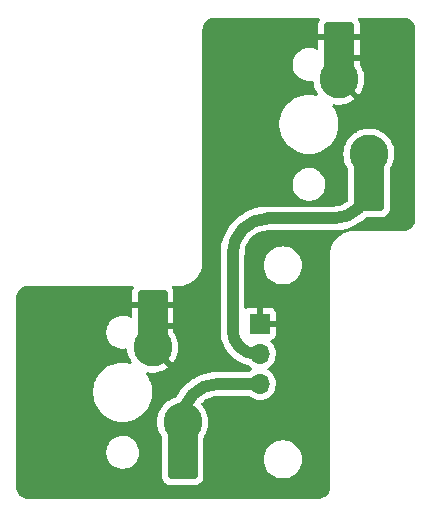
<source format=gbr>
%TF.GenerationSoftware,KiCad,Pcbnew,(6.0.7)*%
%TF.CreationDate,2023-01-05T19:36:13-06:00*%
%TF.ProjectId,OpenRectangle,4f70656e-5265-4637-9461-6e676c652e6b,rev?*%
%TF.SameCoordinates,Original*%
%TF.FileFunction,Copper,L2,Bot*%
%TF.FilePolarity,Positive*%
%FSLAX46Y46*%
G04 Gerber Fmt 4.6, Leading zero omitted, Abs format (unit mm)*
G04 Created by KiCad (PCBNEW (6.0.7)) date 2023-01-05 19:36:13*
%MOMM*%
%LPD*%
G01*
G04 APERTURE LIST*
G04 Aperture macros list*
%AMRoundRect*
0 Rectangle with rounded corners*
0 $1 Rounding radius*
0 $2 $3 $4 $5 $6 $7 $8 $9 X,Y pos of 4 corners*
0 Add a 4 corners polygon primitive as box body*
4,1,4,$2,$3,$4,$5,$6,$7,$8,$9,$2,$3,0*
0 Add four circle primitives for the rounded corners*
1,1,$1+$1,$2,$3*
1,1,$1+$1,$4,$5*
1,1,$1+$1,$6,$7*
1,1,$1+$1,$8,$9*
0 Add four rect primitives between the rounded corners*
20,1,$1+$1,$2,$3,$4,$5,0*
20,1,$1+$1,$4,$5,$6,$7,0*
20,1,$1+$1,$6,$7,$8,$9,0*
20,1,$1+$1,$8,$9,$2,$3,0*%
G04 Aperture macros list end*
%TA.AperFunction,ComponentPad*%
%ADD10R,1.700000X1.700000*%
%TD*%
%TA.AperFunction,ComponentPad*%
%ADD11O,1.700000X1.700000*%
%TD*%
%TA.AperFunction,SMDPad,CuDef*%
%ADD12RoundRect,0.250000X1.000000X-1.025000X1.000000X1.025000X-1.000000X1.025000X-1.000000X-1.025000X0*%
%TD*%
%TA.AperFunction,SMDPad,CuDef*%
%ADD13R,2.500000X1.650000*%
%TD*%
%TA.AperFunction,ComponentPad*%
%ADD14C,3.300000*%
%TD*%
%TA.AperFunction,Conductor*%
%ADD15C,1.000000*%
%TD*%
G04 APERTURE END LIST*
D10*
%TO.P,J3,1,Pin_1*%
%TO.N,GND*%
X270847609Y-107917148D03*
D11*
%TO.P,J3,2,Pin_2*%
%TO.N,M1*%
X270847609Y-110457148D03*
%TO.P,J3,3,Pin_3*%
%TO.N,M2*%
X270847609Y-112997148D03*
%TD*%
D12*
%TO.P,SW15,1,1*%
%TO.N,GND*%
X261780743Y-106345648D03*
D13*
X261780743Y-108070648D03*
D14*
X261780743Y-109895648D03*
D12*
%TO.P,SW15,2,2*%
%TO.N,M2*%
X264320743Y-119795648D03*
D14*
X264320743Y-116245648D03*
D13*
X264320743Y-118045648D03*
%TD*%
D14*
%TO.P,SW14,1,1*%
%TO.N,GND*%
X277549743Y-87207648D03*
D12*
X277549743Y-83657648D03*
D13*
X277549743Y-85382648D03*
D14*
%TO.P,SW14,2,2*%
%TO.N,M1*%
X280089743Y-93557648D03*
D13*
X280089743Y-95357648D03*
D12*
X280089743Y-97107648D03*
%TD*%
D15*
%TO.N,M1*%
X270547609Y-110457148D02*
X270847609Y-110457148D01*
%TO.N,M2*%
X270847609Y-112997148D02*
X267320743Y-112997148D01*
X264320743Y-115997148D02*
X264320743Y-116245648D01*
%TO.N,M1*%
X268547609Y-101992148D02*
X268547609Y-108457148D01*
%TO.N,M2*%
X264320748Y-115997148D02*
G75*
G02*
X267320743Y-112997148I2999952J48D01*
G01*
%TO.N,M1*%
X268547552Y-108457148D02*
G75*
G03*
X270547609Y-110457148I2000048J48D01*
G01*
X277089743Y-98992148D02*
X271547609Y-98992148D01*
X280089743Y-95357648D02*
X280089743Y-95992148D01*
X277089743Y-98992143D02*
G75*
G03*
X280089743Y-95992148I-43J3000043D01*
G01*
X268547648Y-101992148D02*
G75*
G02*
X271547609Y-98992148I2999952J48D01*
G01*
%TD*%
%TA.AperFunction,Conductor*%
%TO.N,GND*%
G36*
X275892685Y-82018381D02*
G01*
X275939178Y-82072037D01*
X275949282Y-82142311D01*
X275931824Y-82190494D01*
X275861929Y-82303886D01*
X275855780Y-82317072D01*
X275804605Y-82471358D01*
X275801738Y-82484734D01*
X275792071Y-82579086D01*
X275791743Y-82585503D01*
X275791743Y-83385533D01*
X275796218Y-83400772D01*
X275797608Y-83401977D01*
X275805291Y-83403648D01*
X279289627Y-83403648D01*
X279304866Y-83399173D01*
X279306071Y-83397783D01*
X279307742Y-83390100D01*
X279307742Y-82585553D01*
X279307405Y-82579034D01*
X279297486Y-82483442D01*
X279294594Y-82470048D01*
X279243155Y-82315864D01*
X279236982Y-82302686D01*
X279167671Y-82190682D01*
X279148833Y-82122230D01*
X279169994Y-82054461D01*
X279224435Y-82008889D01*
X279274815Y-81998379D01*
X282980518Y-81998379D01*
X282999902Y-81999879D01*
X283014736Y-82002189D01*
X283014739Y-82002189D01*
X283023609Y-82003570D01*
X283036282Y-82001913D01*
X283063592Y-82001328D01*
X283192812Y-82012632D01*
X283214433Y-82016444D01*
X283361760Y-82055920D01*
X283382397Y-82063431D01*
X283520628Y-82127891D01*
X283539648Y-82138872D01*
X283580909Y-82167764D01*
X283664585Y-82226356D01*
X283681407Y-82240471D01*
X283789255Y-82348323D01*
X283803369Y-82365145D01*
X283890849Y-82490086D01*
X283901829Y-82509106D01*
X283966274Y-82647318D01*
X283966281Y-82647334D01*
X283973793Y-82667975D01*
X284013262Y-82815301D01*
X284017075Y-82836931D01*
X284027791Y-82959477D01*
X284027243Y-82975724D01*
X284027679Y-82975729D01*
X284027569Y-82984708D01*
X284026187Y-82993576D01*
X284027350Y-83002473D01*
X284027350Y-83002476D01*
X284030315Y-83025156D01*
X284031378Y-83041487D01*
X284031378Y-98985046D01*
X284029877Y-99004434D01*
X284027568Y-99019260D01*
X284027568Y-99019267D01*
X284026187Y-99028135D01*
X284027351Y-99037037D01*
X284027844Y-99040808D01*
X284028428Y-99068132D01*
X284017122Y-99197334D01*
X284013308Y-99218963D01*
X283973830Y-99366290D01*
X283966318Y-99386928D01*
X283901858Y-99525159D01*
X283890876Y-99544179D01*
X283863830Y-99582805D01*
X283803392Y-99669116D01*
X283789275Y-99685940D01*
X283681422Y-99793791D01*
X283664596Y-99807909D01*
X283565510Y-99877288D01*
X283539655Y-99895391D01*
X283520646Y-99906366D01*
X283382396Y-99970831D01*
X283361770Y-99978338D01*
X283214435Y-100017814D01*
X283192816Y-100021626D01*
X283070329Y-100032340D01*
X283054010Y-100031790D01*
X283054005Y-100032217D01*
X283045032Y-100032107D01*
X283036161Y-100030726D01*
X283027258Y-100031890D01*
X283027257Y-100031890D01*
X283004613Y-100034850D01*
X282988270Y-100035913D01*
X280228865Y-100035696D01*
X278891167Y-100035591D01*
X278870271Y-100033844D01*
X278850470Y-100030512D01*
X278845607Y-100030452D01*
X278845603Y-100030452D01*
X278844418Y-100030438D01*
X278837918Y-100030358D01*
X278833104Y-100031047D01*
X278833105Y-100031047D01*
X278831125Y-100031330D01*
X278821512Y-100032331D01*
X278577998Y-100048279D01*
X278577996Y-100048279D01*
X278573877Y-100048549D01*
X278487262Y-100065774D01*
X278318403Y-100099354D01*
X278318397Y-100099356D01*
X278314352Y-100100160D01*
X278242177Y-100124657D01*
X278067690Y-100183880D01*
X278067682Y-100183883D01*
X278063785Y-100185206D01*
X278021268Y-100206172D01*
X277830167Y-100300406D01*
X277830161Y-100300409D01*
X277826463Y-100302233D01*
X277606448Y-100449238D01*
X277407505Y-100623704D01*
X277233039Y-100822647D01*
X277086034Y-101042662D01*
X276969007Y-101279983D01*
X276883960Y-101530550D01*
X276832349Y-101790075D01*
X276832079Y-101794192D01*
X276832079Y-101794195D01*
X276817296Y-102019929D01*
X276815820Y-102032592D01*
X276814311Y-102041565D01*
X276814159Y-102054117D01*
X276814850Y-102058938D01*
X276818114Y-102081721D01*
X276819388Y-102099591D01*
X276819275Y-109994299D01*
X276819109Y-121675072D01*
X276817610Y-121694448D01*
X276813918Y-121718169D01*
X276815083Y-121727070D01*
X276815558Y-121730701D01*
X276816133Y-121758133D01*
X276804601Y-121888668D01*
X276800710Y-121910513D01*
X276760530Y-122058896D01*
X276752867Y-122079720D01*
X276687280Y-122218755D01*
X276676082Y-122237912D01*
X276587128Y-122363276D01*
X276572744Y-122380172D01*
X276463164Y-122488002D01*
X276446039Y-122502112D01*
X276343286Y-122572562D01*
X276327659Y-122583277D01*
X276319256Y-122589038D01*
X276299923Y-122599925D01*
X276159848Y-122663266D01*
X276138918Y-122670589D01*
X275989892Y-122708379D01*
X275967993Y-122711916D01*
X275916985Y-122715596D01*
X275843947Y-122720865D01*
X275827745Y-122720065D01*
X275827732Y-122720524D01*
X275818756Y-122720270D01*
X275809913Y-122718746D01*
X275773129Y-122722953D01*
X275758812Y-122723769D01*
X251277087Y-122723769D01*
X251257704Y-122722269D01*
X251233996Y-122718578D01*
X251225089Y-122719743D01*
X251221323Y-122720235D01*
X251194004Y-122720820D01*
X251064790Y-122709517D01*
X251043161Y-122705703D01*
X250895837Y-122666230D01*
X250875197Y-122658718D01*
X250736960Y-122594259D01*
X250717946Y-122583281D01*
X250592993Y-122495789D01*
X250576175Y-122481676D01*
X250468324Y-122373825D01*
X250454211Y-122357007D01*
X250366719Y-122232054D01*
X250355741Y-122213040D01*
X250291282Y-122074803D01*
X250283770Y-122054163D01*
X250244297Y-121906839D01*
X250240483Y-121885210D01*
X250229783Y-121762888D01*
X250230338Y-121746406D01*
X250229931Y-121746401D01*
X250230041Y-121737427D01*
X250231422Y-121728556D01*
X250227293Y-121696977D01*
X250226230Y-121680642D01*
X250226208Y-118720241D01*
X257853782Y-118720241D01*
X257862591Y-118954864D01*
X257863686Y-118960082D01*
X257888537Y-119078519D01*
X257910805Y-119184649D01*
X257997045Y-119403025D01*
X258118847Y-119603748D01*
X258272728Y-119781080D01*
X258276860Y-119784468D01*
X258450159Y-119926565D01*
X258450165Y-119926569D01*
X258454287Y-119929949D01*
X258458923Y-119932588D01*
X258458926Y-119932590D01*
X258570151Y-119995903D01*
X258658333Y-120046099D01*
X258879032Y-120126209D01*
X258884281Y-120127158D01*
X258884284Y-120127159D01*
X258965358Y-120141819D01*
X259110073Y-120167988D01*
X259114212Y-120168183D01*
X259114219Y-120168184D01*
X259133183Y-120169078D01*
X259133192Y-120169078D01*
X259134672Y-120169148D01*
X259299693Y-120169148D01*
X259381042Y-120162245D01*
X259469380Y-120154750D01*
X259469384Y-120154749D01*
X259474691Y-120154299D01*
X259479846Y-120152961D01*
X259479852Y-120152960D01*
X259696778Y-120096657D01*
X259696777Y-120096657D01*
X259701949Y-120095315D01*
X259706815Y-120093123D01*
X259706818Y-120093122D01*
X259911160Y-120001072D01*
X259911163Y-120001071D01*
X259916021Y-119998882D01*
X260110784Y-119867760D01*
X260280670Y-119705697D01*
X260420821Y-119517327D01*
X260481462Y-119398056D01*
X260524812Y-119312792D01*
X260524812Y-119312791D01*
X260527230Y-119308036D01*
X260596854Y-119083808D01*
X260613945Y-118954864D01*
X260627004Y-118856338D01*
X260627004Y-118856335D01*
X260627704Y-118851055D01*
X260618895Y-118616432D01*
X260601101Y-118531626D01*
X260571778Y-118391874D01*
X260571777Y-118391871D01*
X260570681Y-118386647D01*
X260484441Y-118168271D01*
X260362639Y-117967548D01*
X260208758Y-117790216D01*
X260198681Y-117781954D01*
X260031327Y-117644731D01*
X260031321Y-117644727D01*
X260027199Y-117641347D01*
X260022563Y-117638708D01*
X260022560Y-117638706D01*
X259827796Y-117527840D01*
X259823153Y-117525197D01*
X259602454Y-117445087D01*
X259597205Y-117444138D01*
X259597202Y-117444137D01*
X259516128Y-117429477D01*
X259371413Y-117403308D01*
X259367274Y-117403113D01*
X259367267Y-117403112D01*
X259348303Y-117402218D01*
X259348294Y-117402218D01*
X259346814Y-117402148D01*
X259181793Y-117402148D01*
X259108254Y-117408388D01*
X259012106Y-117416546D01*
X259012102Y-117416547D01*
X259006795Y-117416997D01*
X259001640Y-117418335D01*
X259001634Y-117418336D01*
X258823920Y-117464462D01*
X258779537Y-117475981D01*
X258774671Y-117478173D01*
X258774668Y-117478174D01*
X258570326Y-117570224D01*
X258570323Y-117570225D01*
X258565465Y-117572414D01*
X258370702Y-117703536D01*
X258200816Y-117865599D01*
X258060665Y-118053969D01*
X258058249Y-118058720D01*
X258058247Y-118058724D01*
X257956674Y-118258504D01*
X257954256Y-118263260D01*
X257884632Y-118487488D01*
X257883931Y-118492777D01*
X257861814Y-118659646D01*
X257853782Y-118720241D01*
X250226208Y-118720241D01*
X250226189Y-116222992D01*
X262157318Y-116222992D01*
X262174259Y-116516812D01*
X262175084Y-116521019D01*
X262175085Y-116521024D01*
X262201893Y-116657662D01*
X262230920Y-116805614D01*
X262326252Y-117084055D01*
X262458490Y-117346982D01*
X262460916Y-117350511D01*
X262460919Y-117350517D01*
X262540083Y-117465700D01*
X262562243Y-117537067D01*
X262562243Y-120871048D01*
X262573217Y-120976814D01*
X262575398Y-120983350D01*
X262575398Y-120983352D01*
X262619471Y-121115454D01*
X262629193Y-121144594D01*
X262722265Y-121294996D01*
X262847440Y-121419953D01*
X262853670Y-121423793D01*
X262853671Y-121423794D01*
X262990833Y-121508342D01*
X262998005Y-121512763D01*
X263077748Y-121539212D01*
X263159354Y-121566280D01*
X263159356Y-121566280D01*
X263165882Y-121568445D01*
X263172718Y-121569145D01*
X263172721Y-121569146D01*
X263215774Y-121573557D01*
X263270343Y-121579148D01*
X265371143Y-121579148D01*
X265374389Y-121578811D01*
X265374393Y-121578811D01*
X265470051Y-121568886D01*
X265470055Y-121568885D01*
X265476909Y-121568174D01*
X265483445Y-121565993D01*
X265483447Y-121565993D01*
X265615549Y-121521920D01*
X265644689Y-121512198D01*
X265795091Y-121419126D01*
X265920048Y-121293951D01*
X266012858Y-121143386D01*
X266068540Y-120975509D01*
X266079243Y-120871048D01*
X266079243Y-119392148D01*
X271194135Y-119392148D01*
X271214000Y-119644551D01*
X271215154Y-119649358D01*
X271215155Y-119649364D01*
X271229563Y-119709376D01*
X271273104Y-119890739D01*
X271274997Y-119895310D01*
X271274998Y-119895312D01*
X271356934Y-120093122D01*
X271369993Y-120124650D01*
X271502281Y-120340524D01*
X271666711Y-120533046D01*
X271859233Y-120697476D01*
X272075107Y-120829764D01*
X272079677Y-120831657D01*
X272079681Y-120831659D01*
X272304445Y-120924759D01*
X272309018Y-120926653D01*
X272393641Y-120946969D01*
X272550393Y-120984602D01*
X272550399Y-120984603D01*
X272555206Y-120985757D01*
X272655025Y-120993613D01*
X272741954Y-121000455D01*
X272741961Y-121000455D01*
X272744410Y-121000648D01*
X272870808Y-121000648D01*
X272873257Y-121000455D01*
X272873264Y-121000455D01*
X272960193Y-120993613D01*
X273060012Y-120985757D01*
X273064819Y-120984603D01*
X273064825Y-120984602D01*
X273221577Y-120946969D01*
X273306200Y-120926653D01*
X273310773Y-120924759D01*
X273535537Y-120831659D01*
X273535541Y-120831657D01*
X273540111Y-120829764D01*
X273755985Y-120697476D01*
X273948507Y-120533046D01*
X274112937Y-120340524D01*
X274245225Y-120124650D01*
X274258285Y-120093122D01*
X274340220Y-119895312D01*
X274340221Y-119895310D01*
X274342114Y-119890739D01*
X274385655Y-119709376D01*
X274400063Y-119649364D01*
X274400064Y-119649358D01*
X274401218Y-119644551D01*
X274421083Y-119392148D01*
X274401218Y-119139745D01*
X274342114Y-118893557D01*
X274340220Y-118888984D01*
X274247120Y-118664220D01*
X274247118Y-118664216D01*
X274245225Y-118659646D01*
X274112937Y-118443772D01*
X273948507Y-118251250D01*
X273755985Y-118086820D01*
X273540111Y-117954532D01*
X273535541Y-117952639D01*
X273535537Y-117952637D01*
X273310773Y-117859537D01*
X273310771Y-117859536D01*
X273306200Y-117857643D01*
X273221577Y-117837327D01*
X273064825Y-117799694D01*
X273064819Y-117799693D01*
X273060012Y-117798539D01*
X272954261Y-117790216D01*
X272873264Y-117783841D01*
X272873257Y-117783841D01*
X272870808Y-117783648D01*
X272744410Y-117783648D01*
X272741961Y-117783841D01*
X272741954Y-117783841D01*
X272660957Y-117790216D01*
X272555206Y-117798539D01*
X272550399Y-117799693D01*
X272550393Y-117799694D01*
X272393641Y-117837327D01*
X272309018Y-117857643D01*
X272304447Y-117859536D01*
X272304445Y-117859537D01*
X272079681Y-117952637D01*
X272079677Y-117952639D01*
X272075107Y-117954532D01*
X271859233Y-118086820D01*
X271666711Y-118251250D01*
X271502281Y-118443772D01*
X271369993Y-118659646D01*
X271368100Y-118664216D01*
X271368098Y-118664220D01*
X271274998Y-118888984D01*
X271273104Y-118893557D01*
X271214000Y-119139745D01*
X271194135Y-119392148D01*
X266079243Y-119392148D01*
X266079243Y-117539137D01*
X266099245Y-117471016D01*
X266103696Y-117464543D01*
X266144946Y-117408388D01*
X266147484Y-117404933D01*
X266287915Y-117146290D01*
X266391946Y-116870981D01*
X266457650Y-116584101D01*
X266463280Y-116521024D01*
X266483592Y-116293424D01*
X266483592Y-116293422D01*
X266483812Y-116290958D01*
X266484287Y-116245648D01*
X266482743Y-116222992D01*
X266464562Y-115956298D01*
X266464561Y-115956292D01*
X266464270Y-115952021D01*
X266404588Y-115663828D01*
X266306346Y-115386401D01*
X266171361Y-115124874D01*
X266155332Y-115102066D01*
X266004599Y-114887596D01*
X266004598Y-114887595D01*
X266002132Y-114884086D01*
X265900299Y-114774500D01*
X265868581Y-114710982D01*
X265876237Y-114640400D01*
X265897866Y-114605654D01*
X265907086Y-114595140D01*
X265918743Y-114583483D01*
X266102174Y-114422619D01*
X266115249Y-114412586D01*
X266130979Y-114402075D01*
X266318118Y-114277034D01*
X266332384Y-114268797D01*
X266551213Y-114160884D01*
X266566435Y-114154579D01*
X266797472Y-114076154D01*
X266813389Y-114071889D01*
X267000350Y-114034703D01*
X267052688Y-114024293D01*
X267069029Y-114022142D01*
X267273727Y-114008728D01*
X267296007Y-114009243D01*
X267306579Y-114010429D01*
X267312725Y-114009913D01*
X267312727Y-114009913D01*
X267358262Y-114006090D01*
X267368803Y-114005648D01*
X269890002Y-114005648D01*
X269958123Y-114025650D01*
X269970486Y-114034703D01*
X270065735Y-114113780D01*
X270258609Y-114226486D01*
X270467301Y-114306178D01*
X270472369Y-114307209D01*
X270472372Y-114307210D01*
X270579626Y-114329031D01*
X270686206Y-114350715D01*
X270691381Y-114350905D01*
X270691383Y-114350905D01*
X270904282Y-114358712D01*
X270904286Y-114358712D01*
X270909446Y-114358901D01*
X270914566Y-114358245D01*
X270914568Y-114358245D01*
X271125897Y-114331173D01*
X271125898Y-114331173D01*
X271131025Y-114330516D01*
X271173023Y-114317916D01*
X271340038Y-114267809D01*
X271340043Y-114267807D01*
X271344993Y-114266322D01*
X271545603Y-114168044D01*
X271727469Y-114038321D01*
X271740185Y-114025650D01*
X271882044Y-113884285D01*
X271885705Y-113880637D01*
X271901162Y-113859127D01*
X272013044Y-113703425D01*
X272016062Y-113699225D01*
X272074347Y-113581295D01*
X272112745Y-113503601D01*
X272112746Y-113503599D01*
X272115039Y-113498959D01*
X272179979Y-113285217D01*
X272209138Y-113063738D01*
X272210765Y-112997148D01*
X272192461Y-112774509D01*
X272138040Y-112557850D01*
X272048963Y-112352988D01*
X271985187Y-112254405D01*
X271930431Y-112169765D01*
X271930429Y-112169762D01*
X271927623Y-112165425D01*
X271777279Y-112000199D01*
X271773228Y-111997000D01*
X271773224Y-111996996D01*
X271606023Y-111864948D01*
X271606019Y-111864946D01*
X271601968Y-111861746D01*
X271560662Y-111838944D01*
X271510693Y-111788512D01*
X271495921Y-111719069D01*
X271521037Y-111652664D01*
X271548389Y-111626057D01*
X271615328Y-111578310D01*
X271727469Y-111498321D01*
X271885705Y-111340637D01*
X271930499Y-111278300D01*
X272013044Y-111163425D01*
X272016062Y-111159225D01*
X272062944Y-111064367D01*
X272112745Y-110963601D01*
X272112746Y-110963599D01*
X272115039Y-110958959D01*
X272179979Y-110745217D01*
X272209138Y-110523738D01*
X272209311Y-110516648D01*
X272210683Y-110460513D01*
X272210683Y-110460509D01*
X272210765Y-110457148D01*
X272192461Y-110234509D01*
X272138040Y-110017850D01*
X272048963Y-109812988D01*
X271927623Y-109625425D01*
X271924149Y-109621607D01*
X271924142Y-109621598D01*
X271780044Y-109463236D01*
X271748992Y-109399390D01*
X271757388Y-109328892D01*
X271802565Y-109274124D01*
X271829009Y-109260455D01*
X271935661Y-109220473D01*
X271951258Y-109211934D01*
X272053333Y-109135433D01*
X272065894Y-109122872D01*
X272142395Y-109020797D01*
X272150933Y-109005202D01*
X272196087Y-108884754D01*
X272199714Y-108869499D01*
X272205240Y-108818634D01*
X272205609Y-108811820D01*
X272205609Y-108189263D01*
X272201134Y-108174024D01*
X272199744Y-108172819D01*
X272192061Y-108171148D01*
X270719609Y-108171148D01*
X270651488Y-108151146D01*
X270604995Y-108097490D01*
X270593609Y-108045148D01*
X270593609Y-107645033D01*
X271101609Y-107645033D01*
X271106084Y-107660272D01*
X271107474Y-107661477D01*
X271115157Y-107663148D01*
X272187493Y-107663148D01*
X272202732Y-107658673D01*
X272203937Y-107657283D01*
X272205608Y-107649600D01*
X272205608Y-107022479D01*
X272205238Y-107015658D01*
X272199714Y-106964796D01*
X272196088Y-106949544D01*
X272150933Y-106829094D01*
X272142395Y-106813499D01*
X272065894Y-106711424D01*
X272053333Y-106698863D01*
X271951258Y-106622362D01*
X271935663Y-106613824D01*
X271815215Y-106568670D01*
X271799960Y-106565043D01*
X271749095Y-106559517D01*
X271742281Y-106559148D01*
X271119724Y-106559148D01*
X271104485Y-106563623D01*
X271103280Y-106565013D01*
X271101609Y-106572696D01*
X271101609Y-107645033D01*
X270593609Y-107645033D01*
X270593609Y-106577264D01*
X270589134Y-106562025D01*
X270587744Y-106560820D01*
X270580061Y-106559149D01*
X269952940Y-106559149D01*
X269946119Y-106559519D01*
X269895257Y-106565043D01*
X269880005Y-106568669D01*
X269759548Y-106613827D01*
X269742617Y-106623096D01*
X269673260Y-106638265D01*
X269606712Y-106613528D01*
X269564102Y-106556740D01*
X269556109Y-106512576D01*
X269556109Y-102972148D01*
X271194135Y-102972148D01*
X271214000Y-103224551D01*
X271273104Y-103470739D01*
X271274997Y-103475310D01*
X271274998Y-103475312D01*
X271363593Y-103689198D01*
X271369993Y-103704650D01*
X271502281Y-103920524D01*
X271666711Y-104113046D01*
X271859233Y-104277476D01*
X272075107Y-104409764D01*
X272079677Y-104411657D01*
X272079681Y-104411659D01*
X272304445Y-104504759D01*
X272309018Y-104506653D01*
X272393641Y-104526969D01*
X272550393Y-104564602D01*
X272550399Y-104564603D01*
X272555206Y-104565757D01*
X272655025Y-104573613D01*
X272741954Y-104580455D01*
X272741961Y-104580455D01*
X272744410Y-104580648D01*
X272870808Y-104580648D01*
X272873257Y-104580455D01*
X272873264Y-104580455D01*
X272960193Y-104573613D01*
X273060012Y-104565757D01*
X273064819Y-104564603D01*
X273064825Y-104564602D01*
X273221577Y-104526969D01*
X273306200Y-104506653D01*
X273310773Y-104504759D01*
X273535537Y-104411659D01*
X273535541Y-104411657D01*
X273540111Y-104409764D01*
X273755985Y-104277476D01*
X273948507Y-104113046D01*
X274112937Y-103920524D01*
X274245225Y-103704650D01*
X274251626Y-103689198D01*
X274340220Y-103475312D01*
X274340221Y-103475310D01*
X274342114Y-103470739D01*
X274401218Y-103224551D01*
X274421083Y-102972148D01*
X274401218Y-102719745D01*
X274397134Y-102702731D01*
X274343269Y-102478369D01*
X274342114Y-102473557D01*
X274245225Y-102239646D01*
X274112937Y-102023772D01*
X273948507Y-101831250D01*
X273755985Y-101666820D01*
X273540111Y-101534532D01*
X273535541Y-101532639D01*
X273535537Y-101532637D01*
X273310773Y-101439537D01*
X273310771Y-101439536D01*
X273306200Y-101437643D01*
X273192345Y-101410309D01*
X273064825Y-101379694D01*
X273064819Y-101379693D01*
X273060012Y-101378539D01*
X272960193Y-101370683D01*
X272873264Y-101363841D01*
X272873257Y-101363841D01*
X272870808Y-101363648D01*
X272744410Y-101363648D01*
X272741961Y-101363841D01*
X272741954Y-101363841D01*
X272655025Y-101370683D01*
X272555206Y-101378539D01*
X272550399Y-101379693D01*
X272550393Y-101379694D01*
X272422873Y-101410309D01*
X272309018Y-101437643D01*
X272304447Y-101439536D01*
X272304445Y-101439537D01*
X272079681Y-101532637D01*
X272079677Y-101532639D01*
X272075107Y-101534532D01*
X271859233Y-101666820D01*
X271666711Y-101831250D01*
X271502281Y-102023772D01*
X271369993Y-102239646D01*
X271273104Y-102473557D01*
X271271949Y-102478369D01*
X271218085Y-102702731D01*
X271214000Y-102719745D01*
X271194135Y-102972148D01*
X269556109Y-102972148D01*
X269556109Y-102055954D01*
X269556894Y-102041911D01*
X269560203Y-102012407D01*
X269560203Y-102012406D01*
X269560890Y-102006281D01*
X269558493Y-101977744D01*
X269558321Y-101958961D01*
X269572641Y-101740434D01*
X269574792Y-101724093D01*
X269622386Y-101484803D01*
X269626651Y-101468883D01*
X269637647Y-101436488D01*
X269705078Y-101237838D01*
X269711383Y-101222617D01*
X269819291Y-101003797D01*
X269827531Y-100989524D01*
X269963079Y-100786658D01*
X269973113Y-100773582D01*
X270133978Y-100590148D01*
X270145632Y-100578494D01*
X270329062Y-100417628D01*
X270342138Y-100407594D01*
X270545002Y-100272043D01*
X270559276Y-100263802D01*
X270778094Y-100155893D01*
X270793320Y-100149586D01*
X271024354Y-100071160D01*
X271040275Y-100066894D01*
X271279568Y-100019296D01*
X271295909Y-100017145D01*
X271500606Y-100003729D01*
X271522888Y-100004244D01*
X271527328Y-100004742D01*
X271527332Y-100004742D01*
X271533457Y-100005429D01*
X271585134Y-100001090D01*
X271595676Y-100000648D01*
X277018027Y-100000648D01*
X277033818Y-100001641D01*
X277061463Y-100005133D01*
X277066476Y-100005203D01*
X277086235Y-100005479D01*
X277086238Y-100005479D01*
X277089758Y-100005528D01*
X277093262Y-100005184D01*
X277093272Y-100005184D01*
X277098175Y-100004703D01*
X277104645Y-100004237D01*
X277460007Y-99987802D01*
X277827097Y-99936591D01*
X278187896Y-99851728D01*
X278365533Y-99792188D01*
X278536565Y-99734863D01*
X278536570Y-99734861D01*
X278539327Y-99733937D01*
X278686130Y-99669116D01*
X278875724Y-99585401D01*
X278875729Y-99585399D01*
X278878389Y-99584224D01*
X279202193Y-99403865D01*
X279507973Y-99194399D01*
X279510193Y-99192556D01*
X279510203Y-99192548D01*
X279790887Y-98959470D01*
X279790890Y-98959467D01*
X279793123Y-98957613D01*
X279822683Y-98928053D01*
X279884995Y-98894027D01*
X279911778Y-98891148D01*
X281140143Y-98891148D01*
X281143389Y-98890811D01*
X281143393Y-98890811D01*
X281239051Y-98880886D01*
X281239055Y-98880885D01*
X281245909Y-98880174D01*
X281252445Y-98877993D01*
X281252447Y-98877993D01*
X281406741Y-98826516D01*
X281413689Y-98824198D01*
X281564091Y-98731126D01*
X281689048Y-98605951D01*
X281781858Y-98455386D01*
X281837540Y-98287509D01*
X281841444Y-98249411D01*
X281847915Y-98186246D01*
X281848243Y-98183048D01*
X281848243Y-94851137D01*
X281868245Y-94783016D01*
X281872696Y-94776543D01*
X281913946Y-94720388D01*
X281916484Y-94716933D01*
X282056915Y-94458290D01*
X282160946Y-94182981D01*
X282226650Y-93896101D01*
X282232280Y-93833024D01*
X282252592Y-93605424D01*
X282252592Y-93605422D01*
X282252812Y-93602958D01*
X282253287Y-93557648D01*
X282251743Y-93534992D01*
X282233562Y-93268298D01*
X282233561Y-93268292D01*
X282233270Y-93264021D01*
X282173588Y-92975828D01*
X282075346Y-92698401D01*
X281940361Y-92436874D01*
X281924332Y-92414066D01*
X281773599Y-92199596D01*
X281773598Y-92199595D01*
X281771132Y-92196086D01*
X281570791Y-91980492D01*
X281548679Y-91962393D01*
X281346361Y-91796799D01*
X281343043Y-91794083D01*
X281092104Y-91640308D01*
X281073449Y-91632119D01*
X280826545Y-91523735D01*
X280826541Y-91523734D01*
X280822617Y-91522011D01*
X280539569Y-91441383D01*
X280535327Y-91440779D01*
X280535321Y-91440778D01*
X280252448Y-91400519D01*
X280248197Y-91399914D01*
X280093049Y-91399102D01*
X279958179Y-91398395D01*
X279958173Y-91398395D01*
X279953893Y-91398373D01*
X279949649Y-91398932D01*
X279949645Y-91398932D01*
X279821084Y-91415858D01*
X279662103Y-91436788D01*
X279657963Y-91437921D01*
X279657961Y-91437921D01*
X279462793Y-91491313D01*
X279378226Y-91514448D01*
X279374276Y-91516133D01*
X279111457Y-91628234D01*
X279111450Y-91628238D01*
X279107515Y-91629916D01*
X278955129Y-91721117D01*
X278858661Y-91778852D01*
X278858657Y-91778855D01*
X278854979Y-91781056D01*
X278625292Y-91965070D01*
X278622348Y-91968172D01*
X278622344Y-91968176D01*
X278425654Y-92175444D01*
X278422704Y-92178553D01*
X278250963Y-92417556D01*
X278113247Y-92677655D01*
X278012105Y-92954038D01*
X277949409Y-93241591D01*
X277926318Y-93534992D01*
X277943259Y-93828812D01*
X277944084Y-93833019D01*
X277944085Y-93833024D01*
X277970893Y-93969662D01*
X277999920Y-94117614D01*
X278095252Y-94396055D01*
X278227490Y-94658982D01*
X278229916Y-94662511D01*
X278229919Y-94662517D01*
X278309083Y-94777700D01*
X278331243Y-94849067D01*
X278331243Y-97485259D01*
X278311241Y-97553380D01*
X278275248Y-97590021D01*
X278092333Y-97712243D01*
X278078083Y-97720470D01*
X277909748Y-97803485D01*
X277859248Y-97828389D01*
X277844021Y-97834696D01*
X277728505Y-97873909D01*
X277612985Y-97913124D01*
X277597071Y-97917389D01*
X277563530Y-97924061D01*
X277357767Y-97964991D01*
X277341428Y-97967142D01*
X277186465Y-97977301D01*
X277136699Y-97980564D01*
X277114416Y-97980049D01*
X277103877Y-97978867D01*
X277052213Y-97983206D01*
X277041668Y-97983648D01*
X271619333Y-97983648D01*
X271603540Y-97982654D01*
X271579408Y-97979605D01*
X271579403Y-97979605D01*
X271575907Y-97979163D01*
X271556119Y-97978887D01*
X271551126Y-97978817D01*
X271551125Y-97978817D01*
X271547612Y-97978768D01*
X271544119Y-97979111D01*
X271544110Y-97979111D01*
X271539310Y-97979582D01*
X271532837Y-97980049D01*
X271180250Y-97996349D01*
X271180242Y-97996350D01*
X271177359Y-97996483D01*
X271052249Y-98013935D01*
X270813153Y-98047287D01*
X270813150Y-98047288D01*
X270810265Y-98047690D01*
X270612548Y-98094193D01*
X270452301Y-98131882D01*
X270452295Y-98131884D01*
X270449462Y-98132550D01*
X270098028Y-98250339D01*
X269758961Y-98400052D01*
X269756417Y-98401469D01*
X269756411Y-98401472D01*
X269672091Y-98448439D01*
X269435155Y-98580413D01*
X269432751Y-98582059D01*
X269432749Y-98582061D01*
X269316253Y-98661863D01*
X269129372Y-98789881D01*
X268844221Y-99026670D01*
X268582135Y-99288760D01*
X268345349Y-99573914D01*
X268343705Y-99576314D01*
X268137536Y-99877288D01*
X268137531Y-99877296D01*
X268135885Y-99879699D01*
X267955529Y-100203508D01*
X267805820Y-100542576D01*
X267804898Y-100545327D01*
X267712995Y-100819542D01*
X267688036Y-100894012D01*
X267603180Y-101254816D01*
X267602778Y-101257700D01*
X267602777Y-101257704D01*
X267599670Y-101279983D01*
X267551978Y-101621911D01*
X267551844Y-101624800D01*
X267551844Y-101624805D01*
X267537299Y-101939517D01*
X267536440Y-101949488D01*
X267535064Y-101960380D01*
X267535063Y-101960392D01*
X267534624Y-101963869D01*
X267534229Y-101992164D01*
X267536214Y-102012407D01*
X267538507Y-102035786D01*
X267539109Y-102048084D01*
X267539109Y-108385433D01*
X267538116Y-108401222D01*
X267534623Y-108428877D01*
X267534229Y-108457172D01*
X267534572Y-108460667D01*
X267535441Y-108469527D01*
X267535869Y-108475224D01*
X267547186Y-108691055D01*
X267551434Y-108772079D01*
X267600771Y-109083534D01*
X267682393Y-109388126D01*
X267795406Y-109682518D01*
X267938572Y-109963484D01*
X268110322Y-110227947D01*
X268112398Y-110230511D01*
X268112402Y-110230516D01*
X268293215Y-110453794D01*
X268308775Y-110473008D01*
X268531756Y-110695983D01*
X268776823Y-110894429D01*
X268779595Y-110896229D01*
X268779599Y-110896232D01*
X269017766Y-111050895D01*
X269041290Y-111066171D01*
X269044232Y-111067670D01*
X269044239Y-111067674D01*
X269178930Y-111136300D01*
X269322261Y-111209329D01*
X269325351Y-111210515D01*
X269325353Y-111210516D01*
X269613560Y-111321146D01*
X269613567Y-111321148D01*
X269616656Y-111322334D01*
X269619852Y-111323190D01*
X269619854Y-111323191D01*
X269817640Y-111376186D01*
X269880267Y-111415396D01*
X269890469Y-111427173D01*
X269893859Y-111431086D01*
X270065735Y-111573780D01*
X270113670Y-111601791D01*
X270139054Y-111616624D01*
X270187778Y-111668262D01*
X270200849Y-111738045D01*
X270174118Y-111803817D01*
X270133664Y-111837175D01*
X270121216Y-111843655D01*
X270117083Y-111846758D01*
X270117080Y-111846760D01*
X269961720Y-111963408D01*
X269895235Y-111988314D01*
X269886067Y-111988648D01*
X267392478Y-111988648D01*
X267376684Y-111987654D01*
X267364886Y-111986163D01*
X267349053Y-111984163D01*
X267320758Y-111983768D01*
X267312448Y-111984582D01*
X267305987Y-111985048D01*
X266953397Y-112001345D01*
X266953393Y-112001345D01*
X266950502Y-112001479D01*
X266866801Y-112013154D01*
X266586291Y-112052279D01*
X266586281Y-112052281D01*
X266583405Y-112052682D01*
X266580568Y-112053349D01*
X266580564Y-112053350D01*
X266474799Y-112078225D01*
X266222598Y-112137540D01*
X265871160Y-112255327D01*
X265868501Y-112256501D01*
X265868496Y-112256503D01*
X265659822Y-112348640D01*
X265532090Y-112405038D01*
X265340098Y-112511976D01*
X265248728Y-112562868D01*
X265208280Y-112585397D01*
X264902493Y-112794865D01*
X264900267Y-112796713D01*
X264900257Y-112796721D01*
X264619575Y-113029797D01*
X264617339Y-113031654D01*
X264355249Y-113293744D01*
X264118461Y-113578899D01*
X264116827Y-113581285D01*
X264116819Y-113581295D01*
X263970320Y-113795160D01*
X263908994Y-113884686D01*
X263907581Y-113887222D01*
X263907579Y-113887226D01*
X263839904Y-114008728D01*
X263803827Y-114073500D01*
X263779837Y-114116570D01*
X263729215Y-114166349D01*
X263703008Y-114176792D01*
X263613371Y-114201314D01*
X263609226Y-114202448D01*
X263605276Y-114204133D01*
X263342457Y-114316234D01*
X263342450Y-114316238D01*
X263338515Y-114317916D01*
X263186129Y-114409117D01*
X263089661Y-114466852D01*
X263089657Y-114466855D01*
X263085979Y-114469056D01*
X262856292Y-114653070D01*
X262853348Y-114656172D01*
X262853344Y-114656176D01*
X262656654Y-114863444D01*
X262653704Y-114866553D01*
X262481963Y-115105556D01*
X262344247Y-115365655D01*
X262243105Y-115642038D01*
X262180409Y-115929591D01*
X262157318Y-116222992D01*
X250226189Y-116222992D01*
X250226172Y-113863086D01*
X256738343Y-113863086D01*
X256777807Y-114175478D01*
X256801767Y-114268795D01*
X256853185Y-114469056D01*
X256856113Y-114480461D01*
X256972027Y-114773225D01*
X256973929Y-114776684D01*
X256973930Y-114776687D01*
X257031247Y-114880945D01*
X257123719Y-115049152D01*
X257308798Y-115303892D01*
X257524345Y-115533426D01*
X257766961Y-115734135D01*
X258032819Y-115902854D01*
X258036398Y-115904538D01*
X258036405Y-115904542D01*
X258314137Y-116035232D01*
X258314141Y-116035234D01*
X258317727Y-116036921D01*
X258617191Y-116134223D01*
X258926489Y-116193225D01*
X259020043Y-116199111D01*
X259160101Y-116207923D01*
X259160117Y-116207924D01*
X259162096Y-116208048D01*
X259319390Y-116208048D01*
X259321369Y-116207924D01*
X259321385Y-116207923D01*
X259461443Y-116199111D01*
X259554997Y-116193225D01*
X259864295Y-116134223D01*
X260163759Y-116036921D01*
X260167345Y-116035234D01*
X260167349Y-116035232D01*
X260445081Y-115904542D01*
X260445088Y-115904538D01*
X260448667Y-115902854D01*
X260714525Y-115734135D01*
X260957141Y-115533426D01*
X261172688Y-115303892D01*
X261357767Y-115049152D01*
X261450240Y-114880945D01*
X261507556Y-114776687D01*
X261507557Y-114776684D01*
X261509459Y-114773225D01*
X261625373Y-114480461D01*
X261628302Y-114469056D01*
X261679719Y-114268795D01*
X261703679Y-114175478D01*
X261743143Y-113863086D01*
X261743143Y-113548210D01*
X261703679Y-113235818D01*
X261625373Y-112930835D01*
X261509459Y-112638071D01*
X261481406Y-112587042D01*
X261359676Y-112365616D01*
X261359674Y-112365613D01*
X261357767Y-112362144D01*
X261250732Y-112214823D01*
X261226875Y-112147957D01*
X261242955Y-112078806D01*
X261293869Y-112029326D01*
X261363451Y-112015226D01*
X261371728Y-112016214D01*
X261595502Y-112050456D01*
X261604036Y-112051172D01*
X261889657Y-112055660D01*
X261898208Y-112055211D01*
X262181799Y-112020893D01*
X262190200Y-112019291D01*
X262466523Y-111946799D01*
X262474625Y-111944072D01*
X262738548Y-111834751D01*
X262746210Y-111830948D01*
X262992846Y-111686825D01*
X262999933Y-111682009D01*
X263102240Y-111601791D01*
X263110711Y-111589931D01*
X263104195Y-111578310D01*
X261510628Y-109984743D01*
X261476602Y-109922431D01*
X261481667Y-109851616D01*
X261510628Y-109806553D01*
X261691648Y-109625533D01*
X261753960Y-109591507D01*
X261824775Y-109596572D01*
X261869838Y-109625533D01*
X263463776Y-111219471D01*
X263475985Y-111226138D01*
X263487485Y-111217448D01*
X263604520Y-111058123D01*
X263609107Y-111050895D01*
X263745410Y-110799857D01*
X263748978Y-110792063D01*
X263849948Y-110524854D01*
X263852425Y-110516648D01*
X263916197Y-110238206D01*
X263917537Y-110229745D01*
X263943092Y-109943412D01*
X263943338Y-109938473D01*
X263943760Y-109898133D01*
X263943617Y-109893167D01*
X263924065Y-109606366D01*
X263922904Y-109597892D01*
X263864974Y-109318160D01*
X263862675Y-109309925D01*
X263767317Y-109040641D01*
X263763920Y-109032791D01*
X263632898Y-108778940D01*
X263628470Y-108771628D01*
X263561656Y-108676562D01*
X263538743Y-108604111D01*
X263538743Y-108342763D01*
X263534268Y-108327524D01*
X263532878Y-108326319D01*
X263525195Y-108324648D01*
X261652743Y-108324648D01*
X261584622Y-108304646D01*
X261538129Y-108250990D01*
X261526743Y-108198648D01*
X261526743Y-107798533D01*
X262034743Y-107798533D01*
X262039218Y-107813772D01*
X262040608Y-107814977D01*
X262048291Y-107816648D01*
X263520627Y-107816648D01*
X263535866Y-107812173D01*
X263537071Y-107810783D01*
X263538742Y-107803100D01*
X263538742Y-107421029D01*
X263538743Y-107420993D01*
X263538743Y-106617763D01*
X263534268Y-106602524D01*
X263532878Y-106601319D01*
X263525195Y-106599648D01*
X262052858Y-106599648D01*
X262037619Y-106604123D01*
X262036414Y-106605513D01*
X262034743Y-106613196D01*
X262034743Y-107798533D01*
X261526743Y-107798533D01*
X261526743Y-106617763D01*
X261522268Y-106602524D01*
X261520878Y-106601319D01*
X261513195Y-106599648D01*
X260040859Y-106599648D01*
X260025620Y-106604123D01*
X260024415Y-106605513D01*
X260022744Y-106613196D01*
X260022744Y-107197543D01*
X260022743Y-107197575D01*
X260022743Y-107262103D01*
X260002741Y-107330224D01*
X259949085Y-107376717D01*
X259878811Y-107386821D01*
X259834410Y-107371604D01*
X259827802Y-107367843D01*
X259827799Y-107367841D01*
X259823153Y-107365197D01*
X259602454Y-107285087D01*
X259597205Y-107284138D01*
X259597202Y-107284137D01*
X259516128Y-107269477D01*
X259371413Y-107243308D01*
X259367274Y-107243113D01*
X259367267Y-107243112D01*
X259348303Y-107242218D01*
X259348294Y-107242218D01*
X259346814Y-107242148D01*
X259181793Y-107242148D01*
X259100444Y-107249051D01*
X259012106Y-107256546D01*
X259012102Y-107256547D01*
X259006795Y-107256997D01*
X259001640Y-107258335D01*
X259001634Y-107258336D01*
X258823920Y-107304462D01*
X258779537Y-107315981D01*
X258774671Y-107318173D01*
X258774668Y-107318174D01*
X258570326Y-107410224D01*
X258570323Y-107410225D01*
X258565465Y-107412414D01*
X258370702Y-107543536D01*
X258200816Y-107705599D01*
X258060665Y-107893969D01*
X258058249Y-107898720D01*
X258058247Y-107898724D01*
X257957190Y-108097490D01*
X257954256Y-108103260D01*
X257884632Y-108327488D01*
X257883931Y-108332777D01*
X257865806Y-108469527D01*
X257853782Y-108560241D01*
X257862591Y-108794864D01*
X257878251Y-108869499D01*
X257906725Y-109005202D01*
X257910805Y-109024649D01*
X257997045Y-109243025D01*
X257999814Y-109247588D01*
X258085095Y-109388126D01*
X258118847Y-109443748D01*
X258272728Y-109621080D01*
X258276860Y-109624468D01*
X258450159Y-109766565D01*
X258450165Y-109766569D01*
X258454287Y-109769949D01*
X258458923Y-109772588D01*
X258458926Y-109772590D01*
X258538240Y-109817738D01*
X258658333Y-109886099D01*
X258879032Y-109966209D01*
X258884281Y-109967158D01*
X258884284Y-109967159D01*
X258965358Y-109981819D01*
X259110073Y-110007988D01*
X259114212Y-110008183D01*
X259114219Y-110008184D01*
X259133183Y-110009078D01*
X259133192Y-110009078D01*
X259134672Y-110009148D01*
X259299693Y-110009148D01*
X259381042Y-110002245D01*
X259469380Y-109994750D01*
X259469384Y-109994749D01*
X259474691Y-109994299D01*
X259479850Y-109992960D01*
X259484412Y-109992180D01*
X259554929Y-110000417D01*
X259609798Y-110045472D01*
X259631434Y-110109126D01*
X259634509Y-110162461D01*
X259635582Y-110170961D01*
X259690580Y-110451284D01*
X259692791Y-110459536D01*
X259785324Y-110729805D01*
X259788639Y-110737690D01*
X259916994Y-110992895D01*
X259921350Y-111000261D01*
X259975334Y-111078807D01*
X259997434Y-111146276D01*
X259979549Y-111214983D01*
X259927357Y-111263113D01*
X259857429Y-111275387D01*
X259847884Y-111273942D01*
X259558897Y-111218815D01*
X259554997Y-111218071D01*
X259461443Y-111212185D01*
X259321385Y-111203373D01*
X259321369Y-111203372D01*
X259319390Y-111203248D01*
X259162096Y-111203248D01*
X259160117Y-111203372D01*
X259160101Y-111203373D01*
X259020043Y-111212185D01*
X258926489Y-111218071D01*
X258617191Y-111277073D01*
X258317727Y-111374375D01*
X258314141Y-111376062D01*
X258314137Y-111376064D01*
X258036405Y-111506754D01*
X258036398Y-111506758D01*
X258032819Y-111508442D01*
X257766961Y-111677161D01*
X257524345Y-111877870D01*
X257308798Y-112107404D01*
X257306471Y-112110606D01*
X257306470Y-112110608D01*
X257269419Y-112161605D01*
X257123719Y-112362144D01*
X257121812Y-112365613D01*
X257121810Y-112365616D01*
X257000080Y-112587042D01*
X256972027Y-112638071D01*
X256856113Y-112930835D01*
X256777807Y-113235818D01*
X256738343Y-113548210D01*
X256738343Y-113863086D01*
X250226172Y-113863086D01*
X250226158Y-112052682D01*
X250226110Y-105744093D01*
X250227611Y-105724701D01*
X250229918Y-105709889D01*
X250231300Y-105701017D01*
X250229643Y-105688339D01*
X250229060Y-105661025D01*
X250240372Y-105531809D01*
X250244187Y-105510181D01*
X250283670Y-105362852D01*
X250291182Y-105342215D01*
X250355647Y-105203979D01*
X250366628Y-105184960D01*
X250454118Y-105060015D01*
X250468234Y-105043192D01*
X250576090Y-104935335D01*
X250592914Y-104921218D01*
X250643995Y-104885450D01*
X250717861Y-104833728D01*
X250736866Y-104822754D01*
X250875121Y-104758279D01*
X250895751Y-104750771D01*
X251043080Y-104711288D01*
X251064708Y-104707473D01*
X251187025Y-104696765D01*
X251203512Y-104697317D01*
X251203517Y-104696912D01*
X251212491Y-104697021D01*
X251221364Y-104698402D01*
X251252905Y-104694276D01*
X251269246Y-104693211D01*
X254314210Y-104693254D01*
X260051279Y-104693334D01*
X260119399Y-104713337D01*
X260165891Y-104766993D01*
X260175994Y-104837267D01*
X260158537Y-104885450D01*
X260092927Y-104991891D01*
X260086780Y-105005072D01*
X260035605Y-105159358D01*
X260032738Y-105172734D01*
X260023071Y-105267086D01*
X260022743Y-105273503D01*
X260022743Y-106073533D01*
X260027218Y-106088772D01*
X260028608Y-106089977D01*
X260036291Y-106091648D01*
X263520627Y-106091648D01*
X263535866Y-106087173D01*
X263537071Y-106085783D01*
X263538742Y-106078100D01*
X263538742Y-105273553D01*
X263538405Y-105267034D01*
X263528486Y-105171442D01*
X263525594Y-105158048D01*
X263474155Y-105003864D01*
X263467981Y-104990686D01*
X263403005Y-104885685D01*
X263384167Y-104817233D01*
X263405328Y-104749463D01*
X263459769Y-104703892D01*
X263510151Y-104693382D01*
X263675386Y-104693384D01*
X263922127Y-104693388D01*
X263943023Y-104695133D01*
X263958035Y-104697658D01*
X263958039Y-104697658D01*
X263962835Y-104698465D01*
X263967699Y-104698524D01*
X263967700Y-104698524D01*
X263969216Y-104698542D01*
X263975387Y-104698617D01*
X263982444Y-104697606D01*
X263992066Y-104696602D01*
X264109764Y-104688883D01*
X264235298Y-104680651D01*
X264235303Y-104680650D01*
X264239410Y-104680381D01*
X264243448Y-104679578D01*
X264243453Y-104679577D01*
X264494861Y-104629561D01*
X264494868Y-104629559D01*
X264498915Y-104628754D01*
X264640620Y-104580648D01*
X264745559Y-104545023D01*
X264749462Y-104543698D01*
X264912472Y-104463308D01*
X264983064Y-104428495D01*
X264983068Y-104428493D01*
X264986764Y-104426670D01*
X265012066Y-104409764D01*
X265203333Y-104281961D01*
X265206762Y-104279670D01*
X265405693Y-104105214D01*
X265580152Y-103906287D01*
X265727155Y-103686291D01*
X265844187Y-103448990D01*
X265929246Y-103198445D01*
X265980877Y-102938941D01*
X265986793Y-102848766D01*
X265995955Y-102709094D01*
X265997431Y-102696439D01*
X265998133Y-102692265D01*
X265998940Y-102687470D01*
X265999094Y-102674918D01*
X265998406Y-102670112D01*
X265998405Y-102670096D01*
X265995137Y-102647269D01*
X265993865Y-102629414D01*
X265993856Y-96032241D01*
X273622782Y-96032241D01*
X273631591Y-96266864D01*
X273632686Y-96272082D01*
X273657537Y-96390519D01*
X273679805Y-96496649D01*
X273766045Y-96715025D01*
X273887847Y-96915748D01*
X274041728Y-97093080D01*
X274045860Y-97096468D01*
X274219159Y-97238565D01*
X274219165Y-97238569D01*
X274223287Y-97241949D01*
X274227923Y-97244588D01*
X274227926Y-97244590D01*
X274339151Y-97307903D01*
X274427333Y-97358099D01*
X274648032Y-97438209D01*
X274653281Y-97439158D01*
X274653284Y-97439159D01*
X274734358Y-97453819D01*
X274879073Y-97479988D01*
X274883212Y-97480183D01*
X274883219Y-97480184D01*
X274902183Y-97481078D01*
X274902192Y-97481078D01*
X274903672Y-97481148D01*
X275068693Y-97481148D01*
X275150042Y-97474245D01*
X275238380Y-97466750D01*
X275238384Y-97466749D01*
X275243691Y-97466299D01*
X275248846Y-97464961D01*
X275248852Y-97464960D01*
X275465778Y-97408657D01*
X275465777Y-97408657D01*
X275470949Y-97407315D01*
X275475815Y-97405123D01*
X275475818Y-97405122D01*
X275680160Y-97313072D01*
X275680163Y-97313071D01*
X275685021Y-97310882D01*
X275879784Y-97179760D01*
X276049670Y-97017697D01*
X276189821Y-96829327D01*
X276250462Y-96710056D01*
X276293812Y-96624792D01*
X276293812Y-96624791D01*
X276296230Y-96620036D01*
X276365854Y-96395808D01*
X276382945Y-96266864D01*
X276396004Y-96168338D01*
X276396004Y-96168335D01*
X276396704Y-96163055D01*
X276387895Y-95928432D01*
X276370101Y-95843626D01*
X276340778Y-95703874D01*
X276340777Y-95703871D01*
X276339681Y-95698647D01*
X276253441Y-95480271D01*
X276131639Y-95279548D01*
X275977758Y-95102216D01*
X275967681Y-95093954D01*
X275800327Y-94956731D01*
X275800321Y-94956727D01*
X275796199Y-94953347D01*
X275791563Y-94950708D01*
X275791560Y-94950706D01*
X275596796Y-94839840D01*
X275592153Y-94837197D01*
X275371454Y-94757087D01*
X275366205Y-94756138D01*
X275366202Y-94756137D01*
X275285128Y-94741477D01*
X275140413Y-94715308D01*
X275136274Y-94715113D01*
X275136267Y-94715112D01*
X275117303Y-94714218D01*
X275117294Y-94714218D01*
X275115814Y-94714148D01*
X274950793Y-94714148D01*
X274877254Y-94720388D01*
X274781106Y-94728546D01*
X274781102Y-94728547D01*
X274775795Y-94728997D01*
X274770640Y-94730335D01*
X274770634Y-94730336D01*
X274592920Y-94776462D01*
X274548537Y-94787981D01*
X274543671Y-94790173D01*
X274543668Y-94790174D01*
X274339326Y-94882224D01*
X274339323Y-94882225D01*
X274334465Y-94884414D01*
X274139702Y-95015536D01*
X273969816Y-95177599D01*
X273829665Y-95365969D01*
X273827249Y-95370720D01*
X273827247Y-95370724D01*
X273725674Y-95570504D01*
X273723256Y-95575260D01*
X273653632Y-95799488D01*
X273652931Y-95804777D01*
X273635835Y-95933764D01*
X273622782Y-96032241D01*
X265993856Y-96032241D01*
X265993850Y-91175086D01*
X272507343Y-91175086D01*
X272546807Y-91487478D01*
X272625113Y-91792461D01*
X272626566Y-91796130D01*
X272626566Y-91796131D01*
X272649139Y-91853144D01*
X272741027Y-92085225D01*
X272742929Y-92088684D01*
X272742930Y-92088687D01*
X272800247Y-92192945D01*
X272892719Y-92361152D01*
X273077798Y-92615892D01*
X273293345Y-92845426D01*
X273535961Y-93046135D01*
X273801819Y-93214854D01*
X273805398Y-93216538D01*
X273805405Y-93216542D01*
X274083137Y-93347232D01*
X274083141Y-93347234D01*
X274086727Y-93348921D01*
X274386191Y-93446223D01*
X274695489Y-93505225D01*
X274789043Y-93511111D01*
X274929101Y-93519923D01*
X274929117Y-93519924D01*
X274931096Y-93520048D01*
X275088390Y-93520048D01*
X275090369Y-93519924D01*
X275090385Y-93519923D01*
X275230443Y-93511111D01*
X275323997Y-93505225D01*
X275633295Y-93446223D01*
X275932759Y-93348921D01*
X275936345Y-93347234D01*
X275936349Y-93347232D01*
X276214081Y-93216542D01*
X276214088Y-93216538D01*
X276217667Y-93214854D01*
X276483525Y-93046135D01*
X276726141Y-92845426D01*
X276941688Y-92615892D01*
X277126767Y-92361152D01*
X277219240Y-92192945D01*
X277276556Y-92088687D01*
X277276557Y-92088684D01*
X277278459Y-92085225D01*
X277370347Y-91853144D01*
X277392920Y-91796131D01*
X277392920Y-91796130D01*
X277394373Y-91792461D01*
X277472679Y-91487478D01*
X277512143Y-91175086D01*
X277512143Y-90860210D01*
X277472679Y-90547818D01*
X277394373Y-90242835D01*
X277278459Y-89950071D01*
X277126767Y-89674144D01*
X277019732Y-89526823D01*
X276995875Y-89459957D01*
X277011955Y-89390806D01*
X277062869Y-89341326D01*
X277132451Y-89327226D01*
X277140728Y-89328214D01*
X277364502Y-89362456D01*
X277373036Y-89363172D01*
X277658657Y-89367660D01*
X277667208Y-89367211D01*
X277950799Y-89332893D01*
X277959200Y-89331291D01*
X278235523Y-89258799D01*
X278243625Y-89256072D01*
X278507548Y-89146751D01*
X278515210Y-89142948D01*
X278761846Y-88998825D01*
X278768933Y-88994009D01*
X278871240Y-88913791D01*
X278879711Y-88901931D01*
X278873195Y-88890310D01*
X277279628Y-87296743D01*
X277245602Y-87234431D01*
X277250667Y-87163616D01*
X277279628Y-87118553D01*
X277460648Y-86937533D01*
X277522960Y-86903507D01*
X277593775Y-86908572D01*
X277638838Y-86937533D01*
X279232776Y-88531471D01*
X279244985Y-88538138D01*
X279256485Y-88529448D01*
X279373520Y-88370123D01*
X279378107Y-88362895D01*
X279514410Y-88111857D01*
X279517978Y-88104063D01*
X279618948Y-87836854D01*
X279621425Y-87828648D01*
X279685197Y-87550206D01*
X279686537Y-87541745D01*
X279712092Y-87255412D01*
X279712338Y-87250473D01*
X279712760Y-87210133D01*
X279712617Y-87205167D01*
X279693065Y-86918366D01*
X279691904Y-86909892D01*
X279633974Y-86630160D01*
X279631675Y-86621925D01*
X279536317Y-86352641D01*
X279532920Y-86344791D01*
X279401898Y-86090940D01*
X279397470Y-86083628D01*
X279330656Y-85988562D01*
X279307743Y-85916111D01*
X279307743Y-85654763D01*
X279303268Y-85639524D01*
X279301878Y-85638319D01*
X279294195Y-85636648D01*
X277421743Y-85636648D01*
X277353622Y-85616646D01*
X277307129Y-85562990D01*
X277295743Y-85510648D01*
X277295743Y-85110533D01*
X277803743Y-85110533D01*
X277808218Y-85125772D01*
X277809608Y-85126977D01*
X277817291Y-85128648D01*
X279289627Y-85128648D01*
X279304866Y-85124173D01*
X279306071Y-85122783D01*
X279307742Y-85115100D01*
X279307742Y-84733029D01*
X279307743Y-84732993D01*
X279307743Y-83929763D01*
X279303268Y-83914524D01*
X279301878Y-83913319D01*
X279294195Y-83911648D01*
X277821858Y-83911648D01*
X277806619Y-83916123D01*
X277805414Y-83917513D01*
X277803743Y-83925196D01*
X277803743Y-85110533D01*
X277295743Y-85110533D01*
X277295743Y-83929763D01*
X277291268Y-83914524D01*
X277289878Y-83913319D01*
X277282195Y-83911648D01*
X275809859Y-83911648D01*
X275794620Y-83916123D01*
X275793415Y-83917513D01*
X275791744Y-83925196D01*
X275791744Y-84509543D01*
X275791743Y-84509575D01*
X275791743Y-84574103D01*
X275771741Y-84642224D01*
X275718085Y-84688717D01*
X275647811Y-84698821D01*
X275603410Y-84683604D01*
X275596802Y-84679843D01*
X275596799Y-84679841D01*
X275592153Y-84677197D01*
X275371454Y-84597087D01*
X275366205Y-84596138D01*
X275366202Y-84596137D01*
X275285128Y-84581477D01*
X275140413Y-84555308D01*
X275136274Y-84555113D01*
X275136267Y-84555112D01*
X275117303Y-84554218D01*
X275117294Y-84554218D01*
X275115814Y-84554148D01*
X274950793Y-84554148D01*
X274869444Y-84561051D01*
X274781106Y-84568546D01*
X274781102Y-84568547D01*
X274775795Y-84568997D01*
X274770640Y-84570335D01*
X274770634Y-84570336D01*
X274592920Y-84616462D01*
X274548537Y-84627981D01*
X274543671Y-84630173D01*
X274543668Y-84630174D01*
X274339326Y-84722224D01*
X274339323Y-84722225D01*
X274334465Y-84724414D01*
X274139702Y-84855536D01*
X273969816Y-85017599D01*
X273829665Y-85205969D01*
X273723256Y-85415260D01*
X273653632Y-85639488D01*
X273622782Y-85872241D01*
X273631591Y-86106864D01*
X273679805Y-86336649D01*
X273766045Y-86555025D01*
X273887847Y-86755748D01*
X274041728Y-86933080D01*
X274045860Y-86936468D01*
X274219159Y-87078565D01*
X274219165Y-87078569D01*
X274223287Y-87081949D01*
X274227923Y-87084588D01*
X274227926Y-87084590D01*
X274287591Y-87118553D01*
X274427333Y-87198099D01*
X274648032Y-87278209D01*
X274653281Y-87279158D01*
X274653284Y-87279159D01*
X274734358Y-87293819D01*
X274879073Y-87319988D01*
X274883212Y-87320183D01*
X274883219Y-87320184D01*
X274902183Y-87321078D01*
X274902192Y-87321078D01*
X274903672Y-87321148D01*
X275068693Y-87321148D01*
X275150042Y-87314245D01*
X275238380Y-87306750D01*
X275238384Y-87306749D01*
X275243691Y-87306299D01*
X275248850Y-87304960D01*
X275253412Y-87304180D01*
X275323929Y-87312417D01*
X275378798Y-87357472D01*
X275400434Y-87421126D01*
X275403509Y-87474461D01*
X275404582Y-87482961D01*
X275459580Y-87763284D01*
X275461791Y-87771536D01*
X275554324Y-88041805D01*
X275557639Y-88049690D01*
X275685994Y-88304895D01*
X275690350Y-88312261D01*
X275744334Y-88390807D01*
X275766434Y-88458276D01*
X275748549Y-88526983D01*
X275696357Y-88575113D01*
X275626429Y-88587387D01*
X275616884Y-88585942D01*
X275327897Y-88530815D01*
X275323997Y-88530071D01*
X275230443Y-88524185D01*
X275090385Y-88515373D01*
X275090369Y-88515372D01*
X275088390Y-88515248D01*
X274931096Y-88515248D01*
X274929117Y-88515372D01*
X274929101Y-88515373D01*
X274789043Y-88524185D01*
X274695489Y-88530071D01*
X274386191Y-88589073D01*
X274086727Y-88686375D01*
X274083141Y-88688062D01*
X274083137Y-88688064D01*
X273805405Y-88818754D01*
X273805398Y-88818758D01*
X273801819Y-88820442D01*
X273535961Y-88989161D01*
X273293345Y-89189870D01*
X273077798Y-89419404D01*
X273075471Y-89422606D01*
X273075470Y-89422608D01*
X273005392Y-89519063D01*
X272892719Y-89674144D01*
X272741027Y-89950071D01*
X272625113Y-90242835D01*
X272546807Y-90547818D01*
X272507343Y-90860210D01*
X272507343Y-91175086D01*
X265993850Y-91175086D01*
X265993840Y-83049226D01*
X265995339Y-83029847D01*
X265997650Y-83014998D01*
X265999031Y-83006128D01*
X265997867Y-82997229D01*
X265997867Y-82997224D01*
X265997374Y-82993458D01*
X265996788Y-82966137D01*
X265997371Y-82959477D01*
X266008087Y-82836924D01*
X266011900Y-82815294D01*
X266045180Y-82691069D01*
X266051372Y-82667957D01*
X266058884Y-82647318D01*
X266087707Y-82585503D01*
X266123338Y-82509086D01*
X266134314Y-82490071D01*
X266221806Y-82365114D01*
X266235921Y-82348292D01*
X266343771Y-82240439D01*
X266360597Y-82226320D01*
X266485541Y-82138832D01*
X266504556Y-82127854D01*
X266642803Y-82063388D01*
X266663437Y-82055879D01*
X266810767Y-82016405D01*
X266832397Y-82012591D01*
X266954555Y-82001906D01*
X266971198Y-82002466D01*
X266971203Y-82002078D01*
X266980178Y-82002188D01*
X266989050Y-82003570D01*
X266997953Y-82002406D01*
X266997954Y-82002406D01*
X267020625Y-81999442D01*
X267036959Y-81998379D01*
X275824564Y-81998379D01*
X275892685Y-82018381D01*
G37*
%TD.AperFunction*%
%TD*%
M02*

</source>
